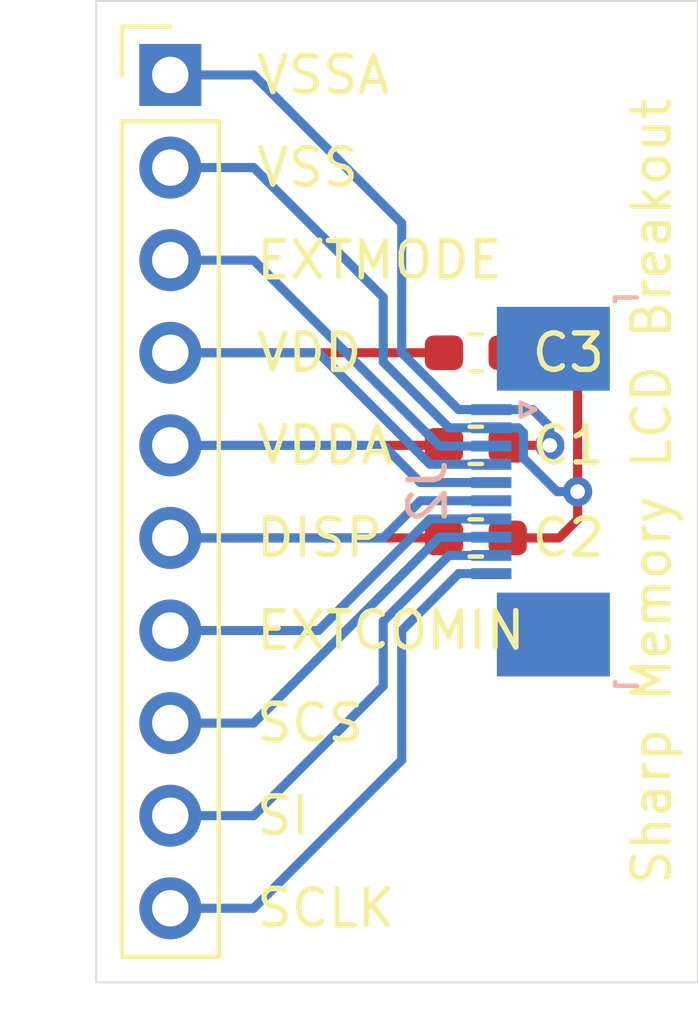
<source format=kicad_pcb>
(kicad_pcb (version 20171130) (host pcbnew "(5.1.7)-1")

  (general
    (thickness 1.6)
    (drawings 15)
    (tracks 58)
    (zones 0)
    (modules 5)
    (nets 11)
  )

  (page A4)
  (layers
    (0 F.Cu signal)
    (31 B.Cu signal)
    (32 B.Adhes user)
    (33 F.Adhes user)
    (34 B.Paste user)
    (35 F.Paste user)
    (36 B.SilkS user)
    (37 F.SilkS user)
    (38 B.Mask user)
    (39 F.Mask user)
    (40 Dwgs.User user)
    (41 Cmts.User user)
    (42 Eco1.User user)
    (43 Eco2.User user)
    (44 Edge.Cuts user)
    (45 Margin user)
    (46 B.CrtYd user)
    (47 F.CrtYd user)
    (48 B.Fab user)
    (49 F.Fab user)
  )

  (setup
    (last_trace_width 0.25)
    (trace_clearance 0.2)
    (zone_clearance 0.508)
    (zone_45_only no)
    (trace_min 0.2)
    (via_size 0.8)
    (via_drill 0.4)
    (via_min_size 0.4)
    (via_min_drill 0.3)
    (uvia_size 0.3)
    (uvia_drill 0.1)
    (uvias_allowed no)
    (uvia_min_size 0.2)
    (uvia_min_drill 0.1)
    (edge_width 0.05)
    (segment_width 0.2)
    (pcb_text_width 0.3)
    (pcb_text_size 1.5 1.5)
    (mod_edge_width 0.12)
    (mod_text_size 1 1)
    (mod_text_width 0.15)
    (pad_size 1.524 1.524)
    (pad_drill 0.762)
    (pad_to_mask_clearance 0)
    (aux_axis_origin 0 0)
    (visible_elements FFFFFF7F)
    (pcbplotparams
      (layerselection 0x010fc_ffffffff)
      (usegerberextensions false)
      (usegerberattributes true)
      (usegerberadvancedattributes true)
      (creategerberjobfile true)
      (excludeedgelayer true)
      (linewidth 0.100000)
      (plotframeref false)
      (viasonmask false)
      (mode 1)
      (useauxorigin false)
      (hpglpennumber 1)
      (hpglpenspeed 20)
      (hpglpendiameter 15.000000)
      (psnegative false)
      (psa4output false)
      (plotreference true)
      (plotvalue true)
      (plotinvisibletext false)
      (padsonsilk false)
      (subtractmaskfromsilk false)
      (outputformat 1)
      (mirror false)
      (drillshape 1)
      (scaleselection 1)
      (outputdirectory ""))
  )

  (net 0 "")
  (net 1 /VSSA)
  (net 2 /VSS)
  (net 3 /EXTMODE)
  (net 4 /VDD)
  (net 5 /VDDA)
  (net 6 /DISP)
  (net 7 /EXTCOMIN)
  (net 8 /SCS)
  (net 9 /SI)
  (net 10 /SCLK)

  (net_class Default "This is the default net class."
    (clearance 0.2)
    (trace_width 0.25)
    (via_dia 0.8)
    (via_drill 0.4)
    (uvia_dia 0.3)
    (uvia_drill 0.1)
    (add_net /DISP)
    (add_net /EXTCOMIN)
    (add_net /EXTMODE)
    (add_net /SCLK)
    (add_net /SCS)
    (add_net /SI)
    (add_net /VDD)
    (add_net /VDDA)
    (add_net /VSS)
    (add_net /VSSA)
  )

  (module Connector_PinHeader_2.54mm:PinHeader_1x10_P2.54mm_Vertical (layer F.Cu) (tedit 59FED5CC) (tstamp 5FCEA2FB)
    (at 89.154 87.63)
    (descr "Through hole straight pin header, 1x10, 2.54mm pitch, single row")
    (tags "Through hole pin header THT 1x10 2.54mm single row")
    (path /5FCEACFC)
    (fp_text reference J1 (at 0 -2.33) (layer F.SilkS) hide
      (effects (font (size 1 1) (thickness 0.15)))
    )
    (fp_text value Conn_01x10 (at 0 25.19) (layer F.Fab)
      (effects (font (size 1 1) (thickness 0.15)))
    )
    (fp_line (start 1.8 -1.8) (end -1.8 -1.8) (layer F.CrtYd) (width 0.05))
    (fp_line (start 1.8 24.65) (end 1.8 -1.8) (layer F.CrtYd) (width 0.05))
    (fp_line (start -1.8 24.65) (end 1.8 24.65) (layer F.CrtYd) (width 0.05))
    (fp_line (start -1.8 -1.8) (end -1.8 24.65) (layer F.CrtYd) (width 0.05))
    (fp_line (start -1.33 -1.33) (end 0 -1.33) (layer F.SilkS) (width 0.12))
    (fp_line (start -1.33 0) (end -1.33 -1.33) (layer F.SilkS) (width 0.12))
    (fp_line (start -1.33 1.27) (end 1.33 1.27) (layer F.SilkS) (width 0.12))
    (fp_line (start 1.33 1.27) (end 1.33 24.19) (layer F.SilkS) (width 0.12))
    (fp_line (start -1.33 1.27) (end -1.33 24.19) (layer F.SilkS) (width 0.12))
    (fp_line (start -1.33 24.19) (end 1.33 24.19) (layer F.SilkS) (width 0.12))
    (fp_line (start -1.27 -0.635) (end -0.635 -1.27) (layer F.Fab) (width 0.1))
    (fp_line (start -1.27 24.13) (end -1.27 -0.635) (layer F.Fab) (width 0.1))
    (fp_line (start 1.27 24.13) (end -1.27 24.13) (layer F.Fab) (width 0.1))
    (fp_line (start 1.27 -1.27) (end 1.27 24.13) (layer F.Fab) (width 0.1))
    (fp_line (start -0.635 -1.27) (end 1.27 -1.27) (layer F.Fab) (width 0.1))
    (fp_text user %R (at 0 11.43 90) (layer F.Fab)
      (effects (font (size 1 1) (thickness 0.15)))
    )
    (pad 1 thru_hole rect (at 0 0) (size 1.7 1.7) (drill 1) (layers *.Cu *.Mask)
      (net 1 /VSSA))
    (pad 2 thru_hole oval (at 0 2.54) (size 1.7 1.7) (drill 1) (layers *.Cu *.Mask)
      (net 2 /VSS))
    (pad 3 thru_hole oval (at 0 5.08) (size 1.7 1.7) (drill 1) (layers *.Cu *.Mask)
      (net 3 /EXTMODE))
    (pad 4 thru_hole oval (at 0 7.62) (size 1.7 1.7) (drill 1) (layers *.Cu *.Mask)
      (net 4 /VDD))
    (pad 5 thru_hole oval (at 0 10.16) (size 1.7 1.7) (drill 1) (layers *.Cu *.Mask)
      (net 5 /VDDA))
    (pad 6 thru_hole oval (at 0 12.7) (size 1.7 1.7) (drill 1) (layers *.Cu *.Mask)
      (net 6 /DISP))
    (pad 7 thru_hole oval (at 0 15.24) (size 1.7 1.7) (drill 1) (layers *.Cu *.Mask)
      (net 7 /EXTCOMIN))
    (pad 8 thru_hole oval (at 0 17.78) (size 1.7 1.7) (drill 1) (layers *.Cu *.Mask)
      (net 8 /SCS))
    (pad 9 thru_hole oval (at 0 20.32) (size 1.7 1.7) (drill 1) (layers *.Cu *.Mask)
      (net 9 /SI))
    (pad 10 thru_hole oval (at 0 22.86) (size 1.7 1.7) (drill 1) (layers *.Cu *.Mask)
      (net 10 /SCLK))
    (model ${KISYS3DMOD}/Connector_PinHeader_2.54mm.3dshapes/PinHeader_1x10_P2.54mm_Vertical.wrl
      (at (xyz 0 0 0))
      (scale (xyz 1 1 1))
      (rotate (xyz 0 0 0))
    )
  )

  (module Connector_FFC-FPC:TE_1-1734839-0_1x10-1MP_P0.5mm_Horizontal (layer B.Cu) (tedit 5DB5C65C) (tstamp 5FCEA030)
    (at 99.314 99.06 270)
    (descr "TE FPC connector, 10 top-side contacts, 0.5mm pitch, SMT, https://www.te.com/commerce/DocumentDelivery/DDEController?Action=showdoc&DocId=Customer+Drawing%7F1734839%7FC%7Fpdf%7FEnglish%7FENG_CD_1734839_C_C_1734839.pdf%7F4-1734839-0")
    (tags "te fpc 1734839")
    (path /5FCEA428)
    (attr smd)
    (fp_text reference J2 (at 0 3.1 270) (layer B.SilkS)
      (effects (font (size 1 1) (thickness 0.15)) (justify mirror))
    )
    (fp_text value Conn_01x10 (at 0 -3.25 270) (layer Dwgs.User)
      (effects (font (size 0.5 0.5) (thickness 0.08)))
    )
    (fp_line (start 5.72 2.4) (end -5.72 2.4) (layer B.CrtYd) (width 0.05))
    (fp_line (start 5.72 -4.25) (end 5.72 2.4) (layer B.CrtYd) (width 0.05))
    (fp_line (start -5.72 -4.25) (end 5.72 -4.25) (layer B.CrtYd) (width 0.05))
    (fp_line (start -5.72 2.4) (end -5.72 -4.25) (layer B.CrtYd) (width 0.05))
    (fp_line (start 5.105 -2.75) (end -5.105 -2.75) (layer Dwgs.User) (width 0.1))
    (fp_line (start -2.05 0.55) (end -2.45 0.55) (layer B.SilkS) (width 0.12))
    (fp_line (start -2.25 0.15) (end -2.05 0.55) (layer B.SilkS) (width 0.12))
    (fp_line (start -2.45 0.55) (end -2.25 0.15) (layer B.SilkS) (width 0.12))
    (fp_line (start 5.325 -2.04) (end 5.325 -2.64) (layer B.SilkS) (width 0.12))
    (fp_line (start 5.215 -2.04) (end 5.325 -2.04) (layer B.SilkS) (width 0.12))
    (fp_line (start -5.325 -2.04) (end -5.325 -2.64) (layer B.SilkS) (width 0.12))
    (fp_line (start -5.215 -2.04) (end -5.325 -2.04) (layer B.SilkS) (width 0.12))
    (fp_line (start -2.25 -0.15) (end -1.85 0.65) (layer B.Fab) (width 0.1))
    (fp_line (start -2.65 0.65) (end -2.25 -0.15) (layer B.Fab) (width 0.1))
    (fp_line (start -4.56 -2.15) (end -4.56 0.65) (layer B.Fab) (width 0.1))
    (fp_line (start -5.215 -2.15) (end -4.56 -2.15) (layer B.Fab) (width 0.1))
    (fp_line (start -5.215 -3.75) (end -5.215 -2.15) (layer B.Fab) (width 0.1))
    (fp_line (start 5.215 -3.75) (end -5.215 -3.75) (layer B.Fab) (width 0.1))
    (fp_line (start 5.215 -2.15) (end 5.215 -3.75) (layer B.Fab) (width 0.1))
    (fp_line (start 4.56 -2.15) (end 5.215 -2.15) (layer B.Fab) (width 0.1))
    (fp_line (start 4.56 0.65) (end 4.56 -2.15) (layer B.Fab) (width 0.1))
    (fp_line (start -4.56 0.65) (end 4.56 0.65) (layer B.Fab) (width 0.1))
    (fp_text user %R (at 0 -1.55 270) (layer B.Fab)
      (effects (font (size 1 1) (thickness 0.15)) (justify mirror))
    )
    (pad 1 smd rect (at -2.25 1.35 270) (size 0.3 1.1) (layers B.Cu B.Paste B.Mask)
      (net 1 /VSSA))
    (pad 2 smd rect (at -1.75 1.35 270) (size 0.3 1.1) (layers B.Cu B.Paste B.Mask)
      (net 2 /VSS))
    (pad 3 smd rect (at -1.25 1.35 270) (size 0.3 1.1) (layers B.Cu B.Paste B.Mask)
      (net 3 /EXTMODE))
    (pad 4 smd rect (at -0.75 1.35 270) (size 0.3 1.1) (layers B.Cu B.Paste B.Mask)
      (net 4 /VDD))
    (pad 5 smd rect (at -0.25 1.35 270) (size 0.3 1.1) (layers B.Cu B.Paste B.Mask)
      (net 5 /VDDA))
    (pad 6 smd rect (at 0.25 1.35 270) (size 0.3 1.1) (layers B.Cu B.Paste B.Mask)
      (net 6 /DISP))
    (pad 7 smd rect (at 0.75 1.35 270) (size 0.3 1.1) (layers B.Cu B.Paste B.Mask)
      (net 7 /EXTCOMIN))
    (pad 8 smd rect (at 1.25 1.35 270) (size 0.3 1.1) (layers B.Cu B.Paste B.Mask)
      (net 8 /SCS))
    (pad 9 smd rect (at 1.75 1.35 270) (size 0.3 1.1) (layers B.Cu B.Paste B.Mask)
      (net 9 /SI))
    (pad 10 smd rect (at 2.25 1.35 270) (size 0.3 1.1) (layers B.Cu B.Paste B.Mask)
      (net 10 /SCLK))
    (pad MP smd rect (at -3.92 -0.35 270) (size 2.3 3.1) (layers B.Cu B.Paste B.Mask))
    (pad MP smd rect (at 3.92 -0.35 270) (size 2.3 3.1) (layers B.Cu B.Paste B.Mask))
    (model ${KISYS3DMOD}/Connector_FFC-FPC.3dshapes/TE_1-1734839-0_1x10-1MP_P0.5mm_Horizontal.wrl
      (at (xyz 0 0 0))
      (scale (xyz 1 1 1))
      (rotate (xyz 0 0 0))
    )
  )

  (module Capacitor_SMD:C_0603_1608Metric_Pad1.05x0.95mm_HandSolder (layer F.Cu) (tedit 5B301BBE) (tstamp 5FCEA695)
    (at 97.536 97.79)
    (descr "Capacitor SMD 0603 (1608 Metric), square (rectangular) end terminal, IPC_7351 nominal with elongated pad for handsoldering. (Body size source: http://www.tortai-tech.com/upload/download/2011102023233369053.pdf), generated with kicad-footprint-generator")
    (tags "capacitor handsolder")
    (path /5FCEE76F)
    (attr smd)
    (fp_text reference C1 (at 2.54 0) (layer F.SilkS)
      (effects (font (size 1 1) (thickness 0.15)))
    )
    (fp_text value 100n (at 0 1.43) (layer F.Fab)
      (effects (font (size 1 1) (thickness 0.15)))
    )
    (fp_line (start 1.65 0.73) (end -1.65 0.73) (layer F.CrtYd) (width 0.05))
    (fp_line (start 1.65 -0.73) (end 1.65 0.73) (layer F.CrtYd) (width 0.05))
    (fp_line (start -1.65 -0.73) (end 1.65 -0.73) (layer F.CrtYd) (width 0.05))
    (fp_line (start -1.65 0.73) (end -1.65 -0.73) (layer F.CrtYd) (width 0.05))
    (fp_line (start -0.171267 0.51) (end 0.171267 0.51) (layer F.SilkS) (width 0.12))
    (fp_line (start -0.171267 -0.51) (end 0.171267 -0.51) (layer F.SilkS) (width 0.12))
    (fp_line (start 0.8 0.4) (end -0.8 0.4) (layer F.Fab) (width 0.1))
    (fp_line (start 0.8 -0.4) (end 0.8 0.4) (layer F.Fab) (width 0.1))
    (fp_line (start -0.8 -0.4) (end 0.8 -0.4) (layer F.Fab) (width 0.1))
    (fp_line (start -0.8 0.4) (end -0.8 -0.4) (layer F.Fab) (width 0.1))
    (fp_text user %R (at 0 0) (layer F.Fab)
      (effects (font (size 0.4 0.4) (thickness 0.06)))
    )
    (pad 1 smd roundrect (at -0.875 0) (size 1.05 0.95) (layers F.Cu F.Paste F.Mask) (roundrect_rratio 0.25)
      (net 5 /VDDA))
    (pad 2 smd roundrect (at 0.875 0) (size 1.05 0.95) (layers F.Cu F.Paste F.Mask) (roundrect_rratio 0.25)
      (net 1 /VSSA))
    (model ${KISYS3DMOD}/Capacitor_SMD.3dshapes/C_0603_1608Metric.wrl
      (at (xyz 0 0 0))
      (scale (xyz 1 1 1))
      (rotate (xyz 0 0 0))
    )
  )

  (module Capacitor_SMD:C_0603_1608Metric_Pad1.05x0.95mm_HandSolder (layer F.Cu) (tedit 5B301BBE) (tstamp 5FCEA6A6)
    (at 97.536 100.33)
    (descr "Capacitor SMD 0603 (1608 Metric), square (rectangular) end terminal, IPC_7351 nominal with elongated pad for handsoldering. (Body size source: http://www.tortai-tech.com/upload/download/2011102023233369053.pdf), generated with kicad-footprint-generator")
    (tags "capacitor handsolder")
    (path /5FCEEDB5)
    (attr smd)
    (fp_text reference C2 (at 2.54 0) (layer F.SilkS)
      (effects (font (size 1 1) (thickness 0.15)))
    )
    (fp_text value 100n (at 0 1.43) (layer F.Fab)
      (effects (font (size 1 1) (thickness 0.15)))
    )
    (fp_text user %R (at 0 0) (layer F.Fab)
      (effects (font (size 0.4 0.4) (thickness 0.06)))
    )
    (fp_line (start -0.8 0.4) (end -0.8 -0.4) (layer F.Fab) (width 0.1))
    (fp_line (start -0.8 -0.4) (end 0.8 -0.4) (layer F.Fab) (width 0.1))
    (fp_line (start 0.8 -0.4) (end 0.8 0.4) (layer F.Fab) (width 0.1))
    (fp_line (start 0.8 0.4) (end -0.8 0.4) (layer F.Fab) (width 0.1))
    (fp_line (start -0.171267 -0.51) (end 0.171267 -0.51) (layer F.SilkS) (width 0.12))
    (fp_line (start -0.171267 0.51) (end 0.171267 0.51) (layer F.SilkS) (width 0.12))
    (fp_line (start -1.65 0.73) (end -1.65 -0.73) (layer F.CrtYd) (width 0.05))
    (fp_line (start -1.65 -0.73) (end 1.65 -0.73) (layer F.CrtYd) (width 0.05))
    (fp_line (start 1.65 -0.73) (end 1.65 0.73) (layer F.CrtYd) (width 0.05))
    (fp_line (start 1.65 0.73) (end -1.65 0.73) (layer F.CrtYd) (width 0.05))
    (pad 2 smd roundrect (at 0.875 0) (size 1.05 0.95) (layers F.Cu F.Paste F.Mask) (roundrect_rratio 0.25)
      (net 2 /VSS))
    (pad 1 smd roundrect (at -0.875 0) (size 1.05 0.95) (layers F.Cu F.Paste F.Mask) (roundrect_rratio 0.25)
      (net 6 /DISP))
    (model ${KISYS3DMOD}/Capacitor_SMD.3dshapes/C_0603_1608Metric.wrl
      (at (xyz 0 0 0))
      (scale (xyz 1 1 1))
      (rotate (xyz 0 0 0))
    )
  )

  (module Capacitor_SMD:C_0603_1608Metric_Pad1.05x0.95mm_HandSolder (layer F.Cu) (tedit 5B301BBE) (tstamp 5FCEA6B7)
    (at 97.536 95.25)
    (descr "Capacitor SMD 0603 (1608 Metric), square (rectangular) end terminal, IPC_7351 nominal with elongated pad for handsoldering. (Body size source: http://www.tortai-tech.com/upload/download/2011102023233369053.pdf), generated with kicad-footprint-generator")
    (tags "capacitor handsolder")
    (path /5FCEEFA4)
    (attr smd)
    (fp_text reference C3 (at 2.54 0) (layer F.SilkS)
      (effects (font (size 1 1) (thickness 0.15)))
    )
    (fp_text value 1u (at 0 1.43) (layer F.Fab)
      (effects (font (size 1 1) (thickness 0.15)))
    )
    (fp_line (start 1.65 0.73) (end -1.65 0.73) (layer F.CrtYd) (width 0.05))
    (fp_line (start 1.65 -0.73) (end 1.65 0.73) (layer F.CrtYd) (width 0.05))
    (fp_line (start -1.65 -0.73) (end 1.65 -0.73) (layer F.CrtYd) (width 0.05))
    (fp_line (start -1.65 0.73) (end -1.65 -0.73) (layer F.CrtYd) (width 0.05))
    (fp_line (start -0.171267 0.51) (end 0.171267 0.51) (layer F.SilkS) (width 0.12))
    (fp_line (start -0.171267 -0.51) (end 0.171267 -0.51) (layer F.SilkS) (width 0.12))
    (fp_line (start 0.8 0.4) (end -0.8 0.4) (layer F.Fab) (width 0.1))
    (fp_line (start 0.8 -0.4) (end 0.8 0.4) (layer F.Fab) (width 0.1))
    (fp_line (start -0.8 -0.4) (end 0.8 -0.4) (layer F.Fab) (width 0.1))
    (fp_line (start -0.8 0.4) (end -0.8 -0.4) (layer F.Fab) (width 0.1))
    (fp_text user %R (at 0 0) (layer F.Fab)
      (effects (font (size 0.4 0.4) (thickness 0.06)))
    )
    (pad 1 smd roundrect (at -0.875 0) (size 1.05 0.95) (layers F.Cu F.Paste F.Mask) (roundrect_rratio 0.25)
      (net 4 /VDD))
    (pad 2 smd roundrect (at 0.875 0) (size 1.05 0.95) (layers F.Cu F.Paste F.Mask) (roundrect_rratio 0.25)
      (net 2 /VSS))
    (model ${KISYS3DMOD}/Capacitor_SMD.3dshapes/C_0603_1608Metric.wrl
      (at (xyz 0 0 0))
      (scale (xyz 1 1 1))
      (rotate (xyz 0 0 0))
    )
  )

  (gr_text "Sharp Memory LCD Breakout" (at 102.362 99.06 90) (layer F.SilkS)
    (effects (font (size 1 1) (thickness 0.15)))
  )
  (gr_line (start 87.122 112.522) (end 87.122 85.598) (layer Edge.Cuts) (width 0.05) (tstamp 5FCEA404))
  (gr_line (start 103.632 112.522) (end 87.122 112.522) (layer Edge.Cuts) (width 0.05))
  (gr_line (start 103.632 85.598) (end 103.632 112.522) (layer Edge.Cuts) (width 0.05))
  (gr_line (start 87.122 85.598) (end 103.632 85.598) (layer Edge.Cuts) (width 0.05))
  (gr_text VSSA (at 91.44 87.63) (layer F.SilkS) (tstamp 5FCEA3C5)
    (effects (font (size 1 1) (thickness 0.15)) (justify left))
  )
  (gr_text VSS (at 91.44 90.17) (layer F.SilkS) (tstamp 5FCEA3C3)
    (effects (font (size 1 1) (thickness 0.15)) (justify left))
  )
  (gr_text EXTMODE (at 91.44 92.71) (layer F.SilkS) (tstamp 5FCEA3C1)
    (effects (font (size 1 1) (thickness 0.15)) (justify left))
  )
  (gr_text VDD (at 91.44 95.25) (layer F.SilkS) (tstamp 5FCEA3BF)
    (effects (font (size 1 1) (thickness 0.15)) (justify left))
  )
  (gr_text VDDA (at 91.44 97.79) (layer F.SilkS) (tstamp 5FCEA3BD)
    (effects (font (size 1 1) (thickness 0.15)) (justify left))
  )
  (gr_text DISP (at 91.44 100.33) (layer F.SilkS) (tstamp 5FCEA3BB)
    (effects (font (size 1 1) (thickness 0.15)) (justify left))
  )
  (gr_text EXTCOMIN (at 91.44 102.87) (layer F.SilkS) (tstamp 5FCEA3B9)
    (effects (font (size 1 1) (thickness 0.15)) (justify left))
  )
  (gr_text SCS (at 91.44 105.41) (layer F.SilkS) (tstamp 5FCEA3B7)
    (effects (font (size 1 1) (thickness 0.15)) (justify left))
  )
  (gr_text SI (at 91.44 107.95) (layer F.SilkS) (tstamp 5FCEA3B2)
    (effects (font (size 1 1) (thickness 0.15)) (justify left))
  )
  (gr_text SCLK (at 91.44 110.49) (layer F.SilkS) (tstamp 5FCEA3AF)
    (effects (font (size 1 1) (thickness 0.15)) (justify left))
  )

  (segment (start 97.964 96.81) (end 97.064 96.81) (width 0.25) (layer B.Cu) (net 1))
  (segment (start 97.064 96.81) (end 95.504 95.25) (width 0.25) (layer B.Cu) (net 1))
  (segment (start 95.504 95.25) (end 95.504 91.694) (width 0.25) (layer B.Cu) (net 1))
  (segment (start 95.504 91.694) (end 91.44 87.63) (width 0.25) (layer B.Cu) (net 1))
  (segment (start 91.44 87.63) (end 89.154 87.63) (width 0.25) (layer B.Cu) (net 1))
  (via (at 99.568 97.79) (size 0.8) (drill 0.4) (layers F.Cu B.Cu) (net 1))
  (segment (start 98.411 97.79) (end 99.568 97.79) (width 0.25) (layer F.Cu) (net 1))
  (segment (start 99.568 97.79) (end 99.568 97.282) (width 0.25) (layer B.Cu) (net 1))
  (segment (start 99.096 96.81) (end 97.964 96.81) (width 0.25) (layer B.Cu) (net 1))
  (segment (start 99.568 97.282) (end 99.096 96.81) (width 0.25) (layer B.Cu) (net 1))
  (segment (start 97.964 97.31) (end 96.802 97.31) (width 0.25) (layer B.Cu) (net 2))
  (segment (start 96.802 97.31) (end 94.996 95.504) (width 0.25) (layer B.Cu) (net 2))
  (segment (start 94.996 95.504) (end 94.996 93.726) (width 0.25) (layer B.Cu) (net 2))
  (segment (start 94.996 93.726) (end 91.44 90.17) (width 0.25) (layer B.Cu) (net 2))
  (segment (start 91.44 90.17) (end 89.154 90.17) (width 0.25) (layer B.Cu) (net 2))
  (segment (start 98.411 100.33) (end 99.822 100.33) (width 0.25) (layer F.Cu) (net 2))
  (segment (start 99.822 100.33) (end 100.33 99.822) (width 0.25) (layer F.Cu) (net 2))
  (segment (start 99.822 95.25) (end 98.411 95.25) (width 0.25) (layer F.Cu) (net 2))
  (segment (start 100.33 95.758) (end 99.822 95.25) (width 0.25) (layer F.Cu) (net 2))
  (via (at 100.33 99.06) (size 0.8) (drill 0.4) (layers F.Cu B.Cu) (net 2))
  (segment (start 98.842999 98.138001) (end 99.764998 99.06) (width 0.25) (layer B.Cu) (net 2))
  (segment (start 98.842999 97.441999) (end 98.842999 98.138001) (width 0.25) (layer B.Cu) (net 2))
  (segment (start 99.764998 99.06) (end 100.33 99.06) (width 0.25) (layer B.Cu) (net 2))
  (segment (start 98.711 97.31) (end 98.842999 97.441999) (width 0.25) (layer B.Cu) (net 2))
  (segment (start 97.964 97.31) (end 98.711 97.31) (width 0.25) (layer B.Cu) (net 2))
  (segment (start 100.33 99.06) (end 100.33 95.758) (width 0.25) (layer F.Cu) (net 2))
  (segment (start 100.33 99.822) (end 100.33 99.06) (width 0.25) (layer F.Cu) (net 2))
  (segment (start 91.44 92.71) (end 89.154 92.71) (width 0.25) (layer B.Cu) (net 3))
  (segment (start 96.54 97.81) (end 91.44 92.71) (width 0.25) (layer B.Cu) (net 3))
  (segment (start 97.964 97.81) (end 96.54 97.81) (width 0.25) (layer B.Cu) (net 3))
  (segment (start 97.964 98.31) (end 96.278 98.31) (width 0.25) (layer B.Cu) (net 4))
  (segment (start 93.218 95.25) (end 89.154 95.25) (width 0.25) (layer B.Cu) (net 4))
  (segment (start 96.278 98.31) (end 93.218 95.25) (width 0.25) (layer B.Cu) (net 4))
  (segment (start 96.661 95.25) (end 89.154 95.25) (width 0.25) (layer F.Cu) (net 4))
  (segment (start 97.964 98.81) (end 96.016 98.81) (width 0.25) (layer B.Cu) (net 5))
  (segment (start 94.996 97.79) (end 89.154 97.79) (width 0.25) (layer B.Cu) (net 5))
  (segment (start 96.016 98.81) (end 94.996 97.79) (width 0.25) (layer B.Cu) (net 5))
  (segment (start 96.661 97.79) (end 89.154 97.79) (width 0.25) (layer F.Cu) (net 5))
  (segment (start 97.964 99.31) (end 96.016 99.31) (width 0.25) (layer B.Cu) (net 6))
  (segment (start 94.996 100.33) (end 89.154 100.33) (width 0.25) (layer B.Cu) (net 6))
  (segment (start 96.016 99.31) (end 94.996 100.33) (width 0.25) (layer B.Cu) (net 6))
  (segment (start 96.661 100.33) (end 89.154 100.33) (width 0.25) (layer F.Cu) (net 6))
  (segment (start 97.964 99.81) (end 96.278 99.81) (width 0.25) (layer B.Cu) (net 7))
  (segment (start 93.218 102.87) (end 89.154 102.87) (width 0.25) (layer B.Cu) (net 7))
  (segment (start 96.278 99.81) (end 93.218 102.87) (width 0.25) (layer B.Cu) (net 7))
  (segment (start 97.964 100.31) (end 96.54 100.31) (width 0.25) (layer B.Cu) (net 8))
  (segment (start 96.54 100.31) (end 91.44 105.41) (width 0.25) (layer B.Cu) (net 8))
  (segment (start 91.44 105.41) (end 89.154 105.41) (width 0.25) (layer B.Cu) (net 8))
  (segment (start 97.964 100.81) (end 96.802 100.81) (width 0.25) (layer B.Cu) (net 9))
  (segment (start 96.802 100.81) (end 94.996 102.616) (width 0.25) (layer B.Cu) (net 9))
  (segment (start 94.996 102.616) (end 94.996 104.394) (width 0.25) (layer B.Cu) (net 9))
  (segment (start 91.44 107.95) (end 89.154 107.95) (width 0.25) (layer B.Cu) (net 9))
  (segment (start 94.996 104.394) (end 91.44 107.95) (width 0.25) (layer B.Cu) (net 9))
  (segment (start 97.964 101.31) (end 97.064 101.31) (width 0.25) (layer B.Cu) (net 10))
  (segment (start 97.064 101.31) (end 95.504 102.87) (width 0.25) (layer B.Cu) (net 10))
  (segment (start 95.504 102.87) (end 95.504 106.426) (width 0.25) (layer B.Cu) (net 10))
  (segment (start 95.504 106.426) (end 91.44 110.49) (width 0.25) (layer B.Cu) (net 10))
  (segment (start 91.44 110.49) (end 89.154 110.49) (width 0.25) (layer B.Cu) (net 10))

)

</source>
